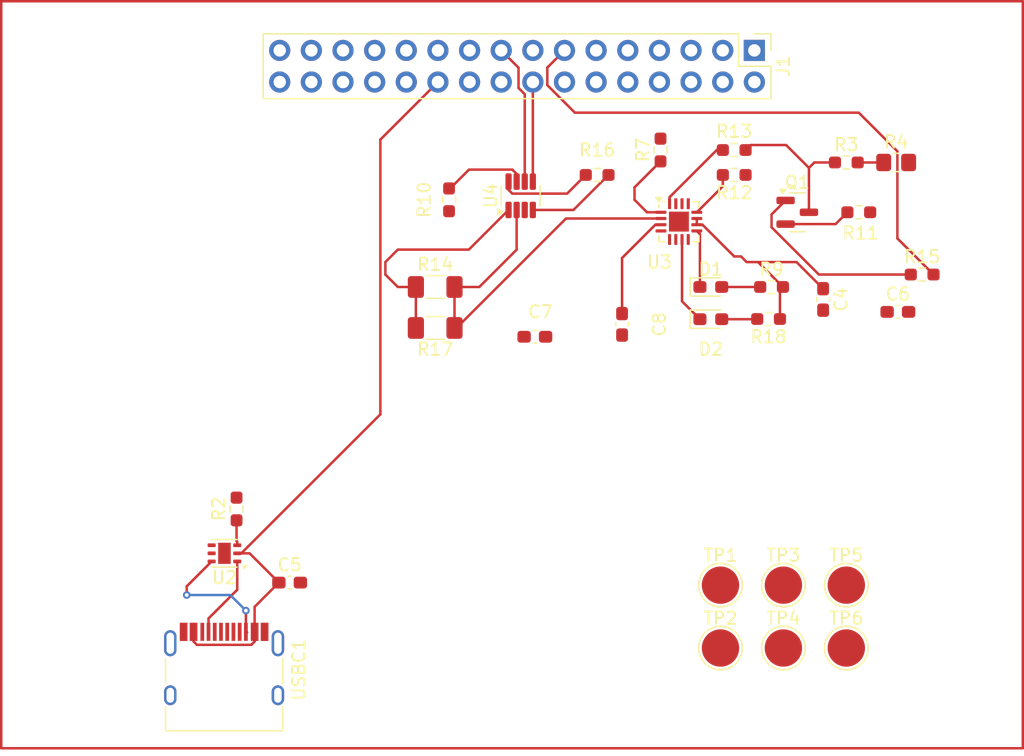
<source format=kicad_pcb>
(kicad_pcb (version 20241229) (generator "pcbnew") (generator_version "9.0")
  (layers (0 "F.Cu" signal) (2 "B.Cu" signal) (13 "F.Paste" user) (15 "B.Paste" user) (5 "F.SilkS" user "F.Silkscreen") (7 "B.SilkS" user "B.Silkscreen") (1 "F.Mask" user) (3 "B.Mask" user) (25 "Edge.Cuts" user))
  (net 0 "")
  (net 1 "GND")
  (net 2 "/High Voltage (9V)")
  (net 3 "Net-(D1-K)")
  (net 4 "Net-(D1-A)")
  (net 5 "Net-(D2-A)")
  (net 6 "Net-(D2-K)")
  (net 7 "/MOTOR2_CTRL2")
  (net 8 "/Motor2_A_OUT")
  (net 9 "/3V3 Out")
  (net 10 "/CTRL_EXT_LOAD2")
  (net 11 "/Motor2_B_OUT")
  (net 12 "/MOTOR3_A_OUT")
  (net 13 "/MOTOR4_CTRL1")
  (net 14 "/FAST_CHARGE_CTRL")
  (net 15 "/MOTOR3_CTRL2")
  (net 16 "/USART2_RX")
  (net 17 "/5V Out")
  (net 18 "/MOTOR1_B_OUT")
  (net 19 "/MOTOR3_B_OUT")
  (net 20 "/I2C1_SDA")
  (net 21 "/MOTOR1_A_OUT")
  (net 22 "/MOTOR1_CTRL2")
  (net 23 "/MOTOR3_CTRL1")
  (net 24 "/MOTOR1_CTRL1")
  (net 25 "/I2C1_SCL")
  (net 26 "/USART2_TX")
  (net 27 "/Motor4_A_OUT")
  (net 28 "/MOTOR2_CTRL1")
  (net 30 "/EXT_LOAD2_OUT")
  (net 31 "/EXT_LOAD1_OUT")
  (net 32 "/CTRL_EXT_LOAD1")
  (net 33 "/Motor4_B_OUT")
  (net 34 "/MOTOR4_CTRL2")
  (net 35 "Net-(Q1-E)")
  (net 36 "Net-(Q1-B)")
  (net 37 "Net-(U2-VSET)")
  (net 38 "Net-(R3-Pad2)")
  (net 39 "Net-(U4-A1)")
  (net 40 "Net-(U3-TS)")
  (net 41 "/LOAD")
  (net 42 "Net-(U4-A0)")
  (net 43 "Net-(U3-ILIM)")
  (net 44 "Net-(U3-ISET)")
  (net 45 "Net-(U2-CC2)")
  (net 46 "Net-(U2-CC1)")
  (net 56 "Net-(Q1-C)")
  (net 57 "/Battery")
  (footprint "Resistor_SMD:R_0603_1608Metric_Pad0.98x0.95mm_HandSolder" (layer "F.Cu") (at 236 117 180)
    (property "Reference" "R16" (at 0 2 0) (layer "F.SilkS"))
    (property "Value" "10k")
    (fp_line (start -0.254724 0.5225) (end 0.254724 0.5225) (stroke (width 0.12)) (layer "F.SilkS"))
    (fp_line (start -0.254724 -0.5225) (end 0.254724 -0.5225) (stroke (width 0.12)) (layer "F.SilkS"))
    (pad "1" smd roundrect (at -0.9125 0 180) (size 0.975 0.95) (layers "F.Cu" "F.Mask" "F.Paste") (net 17 "/5V Out"))
    (pad "2" smd roundrect (at 0.9125 0 180) (size 0.975 0.95) (layers "F.Cu" "F.Mask" "F.Paste") (net 39 "Net-(U4-A1)"))
  )
  (footprint "Package_TO_SOT_SMD:SOT-23-8" (layer "F.Cu") (at 229.8625 118.675 90)
    (property "Reference" "U4" (at 0 -2.4 90) (layer "F.SilkS"))
    (property "Value" "INA219AxDCN SOT-23")
    (fp_line (start 0 -1.56) (end 0.8 -1.56) (stroke (width 0.12)) (layer "F.SilkS"))
    (fp_line (start 0 -1.56) (end -0.8 -1.56) (stroke (width 0.12)) (layer "F.SilkS"))
    (fp_line (start 0 1.56) (end 0.8 1.56) (stroke (width 0.12)) (layer "F.SilkS"))
    (fp_line (start 0 1.56) (end -0.8 1.56) (stroke (width 0.12)) (layer "F.SilkS"))
    (fp_poly (pts (xy -1.3 -1.485) (xy -1.54 -1.815) (xy -1.06 -1.815) (xy -1.3 -1.485)) (stroke (width 0.12)) (fill yes) (layer "F.SilkS"))
    (pad "1" smd roundrect (at -1.1375 -0.975 90) (size 1.325 0.5) (layers "F.Cu" "F.Mask" "F.Paste") (net 57 "/Battery"))
    (pad "2" smd roundrect (at -1.1375 -0.325 90) (size 1.325 0.5) (layers "F.Cu" "F.Mask" "F.Paste") (net 57 "/Battery"))
    (pad "3" smd roundrect (at -1.1375 0.325 90) (size 1.325 0.5) (layers "F.Cu" "F.Mask" "F.Paste") (net 1 "GND"))
    (pad "4" smd roundrect (at -1.1375 0.975 90) (size 1.325 0.5) (layers "F.Cu" "F.Mask" "F.Paste") (net 17 "/5V Out"))
    (pad "5" smd roundrect (at 1.1375 0.975 90) (size 1.325 0.5) (layers "F.Cu" "F.Mask" "F.Paste") (net 25 "/I2C1_SCL"))
    (pad "6" smd roundrect (at 1.1375 0.325 90) (size 1.325 0.5) (layers "F.Cu" "F.Mask" "F.Paste") (net 20 "/I2C1_SDA"))
    (pad "7" smd roundrect (at 1.1375 -0.325 90) (size 1.325 0.5) (layers "F.Cu" "F.Mask" "F.Paste") (net 42 "Net-(U4-A0)"))
    (pad "8" smd roundrect (at 1.1375 -0.975 90) (size 1.325 0.5) (layers "F.Cu" "F.Mask" "F.Paste") (net 39 "Net-(U4-A1)"))
  )
  (footprint "Capacitor_SMD:C_0603_1608Metric_Pad1.08x0.95mm_HandSolder" (layer "F.Cu") (at 238 129 90)
    (property "Reference" "C8" (at 0 3 90) (layer "F.SilkS"))
    (property "Value" "4.7u")
    (fp_line (start -0.146267 -0.51) (end 0.146267 -0.51) (stroke (width 0.12)) (layer "F.SilkS"))
    (fp_line (start -0.146267 0.51) (end 0.146267 0.51) (stroke (width 0.12)) (layer "F.SilkS"))
    (pad "1" smd roundrect (at -0.8625 0 90) (size 1.075 0.95) (layers "F.Cu" "F.Mask" "F.Paste") (net 1 "GND"))
    (pad "2" smd roundrect (at 0.8625 0 90) (size 1.075 0.95) (layers "F.Cu" "F.Mask" "F.Paste") (net 57 "/Battery"))
  )
  (footprint "TestPoint:TestPoint_Pad_D3.0mm" (layer "F.Cu") (at 256 155)
    (property "Reference" "TP6" (at 0 -2.398 0) (layer "F.SilkS"))
    (property "Value" "TestPoint")
    (fp_circle (center 0 0) (end 0 1.75) (stroke (width 0.12)) (fill no) (layer "F.SilkS"))
    (pad "1" smd circle (at 0 0) (size 3 3) (layers "F.Cu" "F.Mask") (net 1 "GND"))
  )
  (footprint "TestPoint:TestPoint_Pad_D3.0mm" (layer "F.Cu") (at 256 149.95)
    (property "Reference" "TP5" (at 0 -2.398 0) (layer "F.SilkS"))
    (property "Value" "TestPoint")
    (fp_circle (center 0 0) (end 0 1.75) (stroke (width 0.12)) (fill no) (layer "F.SilkS"))
    (pad "1" smd circle (at 0 0) (size 3 3) (layers "F.Cu" "F.Mask") (net 35 "Net-(Q1-E)"))
  )
  (footprint "Resistor_SMD:R_0603_1608Metric_Pad0.98x0.95mm_HandSolder" (layer "F.Cu") (at 257 120)
    (property "Reference" "R11" (at 0.144547 1.667085 0) (layer "F.SilkS"))
    (property "Value" "1k5")
    (fp_line (start -0.254724 -0.5225) (end 0.254724 -0.5225) (stroke (width 0.12)) (layer "F.SilkS"))
    (fp_line (start -0.254724 0.5225) (end 0.254724 0.5225) (stroke (width 0.12)) (layer "F.SilkS"))
    (pad "1" smd roundrect (at -0.9125 0) (size 0.975 0.95) (layers "F.Cu" "F.Mask" "F.Paste") (net 35 "Net-(Q1-E)"))
    (pad "2" smd roundrect (at 0.9125 0) (size 0.975 0.95) (layers "F.Cu" "F.Mask" "F.Paste") (net 1 "GND"))
  )
  (footprint "Connector_USB:USB_C_Receptacle_HRO_TYPE-C-31-M-12" (layer "F.Cu") (at 206.056161 157.744205)
    (property "Reference" "USBC1" (at 6 -1 90) (layer "F.SilkS"))
    (property "Value" "~")
    (fp_line (start -4.7 -1.9) (end -4.7 0.1) (stroke (width 0.12)) (layer "F.SilkS"))
    (fp_line (start -4.7 2) (end -4.7 3.9) (stroke (width 0.12)) (layer "F.SilkS"))
    (fp_line (start -4.7 3.9) (end 4.7 3.9) (stroke (width 0.12)) (layer "F.SilkS"))
    (fp_line (start 4.7 -1.9) (end 4.7 0.1) (stroke (width 0.12)) (layer "F.SilkS"))
    (fp_line (start 4.7 2) (end 4.7 3.9) (stroke (width 0.12)) (layer "F.SilkS"))
    (pad "" np_thru_hole circle (at -2.89 -2.6) (size 0.65 0.65) (drill 0.65) (layers "*.Cu" "*.Mask"))
    (pad "" np_thru_hole circle (at 2.89 -2.6) (size 0.65 0.65) (drill 0.65) (layers "*.Cu" "*.Mask"))
    (pad "A1" smd rect (at -3.25 -4.045) (size 0.6 1.45) (layers "F.Cu" "F.Mask" "F.Paste") (net 1 "GND"))
    (pad "A4" smd rect (at -2.45 -4.045) (size 0.6 1.45) (layers "F.Cu" "F.Mask" "F.Paste") (net 2 "/High Voltage (9V)"))
    (pad "A5" smd rect (at -1.25 -4.045) (size 0.3 1.45) (layers "F.Cu" "F.Mask" "F.Paste") (net 46 "Net-(U2-CC1)"))
    (pad "A6" smd rect (at -0.25 -4.045) (size 0.3 1.45) (layers "F.Cu" "F.Mask" "F.Paste"))
    (pad "A7" smd rect (at 0.25 -4.045) (size 0.3 1.45) (layers "F.Cu" "F.Mask" "F.Paste"))
    (pad "A8" smd rect (at 1.25 -4.045) (size 0.3 1.45) (layers "F.Cu" "F.Mask" "F.Paste"))
    (pad "A9" smd rect (at 2.45 -4.045) (size 0.6 1.45) (layers "F.Cu" "F.Mask" "F.Paste") (net 2 "/High Voltage (9V)"))
    (pad "A12" smd rect (at 3.25 -4.045) (size 0.6 1.45) (layers "F.Cu" "F.Mask" "F.Paste") (net 1 "GND"))
    (pad "B1" smd rect (at 3.25 -4.045) (size 0.6 1.45) (layers "F.Cu" "F.Mask" "F.Paste") (net 1 "GND"))
    (pad "B4" smd rect (at 2.45 -4.045) (size 0.6 1.45) (layers "F.Cu" "F.Mask" "F.Paste") (net 2 "/High Voltage (9V)"))
    (pad "B5" smd rect (at 1.75 -4.045) (size 0.3 1.45) (layers "F.Cu" "F.Mask" "F.Paste") (net 45 "Net-(U2-CC2)"))
    (pad "B6" smd rect (at 0.75 -4.045) (size 0.3 1.45) (layers "F.Cu" "F.Mask" "F.Paste"))
    (pad "B7" smd rect (at -0.75 -4.045) (size 0.3 1.45) (layers "F.Cu" "F.Mask" "F.Paste"))
    (pad "B8" smd rect (at -1.75 -4.045) (size 0.3 1.45) (layers "F.Cu" "F.Mask" "F.Paste"))
    (pad "B9" smd rect (at -2.45 -4.045) (size 0.6 1.45) (layers "F.Cu" "F.Mask" "F.Paste") (net 2 "/High Voltage (9V)"))
    (pad "B12" smd rect (at -3.25 -4.045) (size 0.6 1.45) (layers "F.Cu" "F.Mask" "F.Paste") (net 1 "GND"))
    (pad "S1" thru_hole oval (at -4.32 -3.13) (size 1 2.1) (drill oval 0.6 1.7) (property pad_prop_heatsink) (layers "*.Cu" "*.Mask"))
    (pad "S1" thru_hole oval (at -4.32 1.05) (size 1 1.6) (drill oval 0.6 1.2) (property pad_prop_heatsink) (layers "*.Cu" "*.Mask"))
    (pad "S1" thru_hole oval (at 4.32 -3.13) (size 1 2.1) (drill oval 0.6 1.7) (property pad_prop_heatsink) (layers "*.Cu" "*.Mask"))
    (pad "S1" thru_hole oval (at 4.32 1.05) (size 1 1.6) (drill oval 0.6 1.2) (property pad_prop_heatsink) (layers "*.Cu" "*.Mask"))
  )
  (footprint "Capacitor_SMD:C_0603_1608Metric_Pad1.08x0.95mm_HandSolder" (layer "F.Cu") (at 254.1375 127 -90)
    (property "Reference" "C4" (at 0 -1.43 90) (layer "F.SilkS"))
    (property "Value" "4.7u")
    (fp_line (start -0.146267 0.51) (end 0.146267 0.51) (stroke (width 0.12)) (layer "F.SilkS"))
    (fp_line (start -0.146267 -0.51) (end 0.146267 -0.51) (stroke (width 0.12)) (layer "F.SilkS"))
    (pad "1" smd roundrect (at -0.8625 0 270) (size 1.075 0.95) (layers "F.Cu" "F.Mask" "F.Paste") (net 41 "/LOAD"))
    (pad "2" smd roundrect (at 0.8625 0 270) (size 1.075 0.95) (layers "F.Cu" "F.Mask" "F.Paste") (net 1 "GND"))
  )
  (footprint "TestPoint:TestPoint_Pad_D3.0mm" (layer "F.Cu") (at 245.9 155)
    (property "Reference" "TP2" (at 0 -2.398 0) (layer "F.SilkS"))
    (property "Value" "TestPoint")
    (fp_circle (center 0 0) (end 0 1.75) (stroke (width 0.12)) (fill no) (layer "F.SilkS"))
    (pad "1" smd circle (at 0 0) (size 3 3) (layers "F.Cu" "F.Mask") (net 57 "/Battery"))
  )
  (footprint "Capacitor_SMD:C_0603_1608Metric_Pad1.08x0.95mm_HandSolder" (layer "F.Cu") (at 211.316161 149.744205)
    (property "Reference" "C5" (at 0 -1.43 0) (layer "F.SilkS"))
    (property "Value" "1u")
    (fp_line (start -0.146267 -0.51) (end 0.146267 -0.51) (stroke (width 0.12)) (layer "F.SilkS"))
    (fp_line (start -0.146267 0.51) (end 0.146267 0.51) (stroke (width 0.12)) (layer "F.SilkS"))
    (pad "1" smd roundrect (at -0.8625 0) (size 1.075 0.95) (layers "F.Cu" "F.Mask" "F.Paste") (net 2 "/High Voltage (9V)"))
    (pad "2" smd roundrect (at 0.8625 0) (size 1.075 0.95) (layers "F.Cu" "F.Mask" "F.Paste") (net 1 "GND"))
  )
  (footprint "Resistor_SMD:R_0603_1608Metric_Pad0.98x0.95mm_HandSolder" (layer "F.Cu") (at 256 116)
    (property "Reference" "R3" (at 0 -1.43 0) (layer "F.SilkS"))
    (property "Value" "4k3")
    (fp_line (start -0.254724 -0.5225) (end 0.254724 -0.5225) (stroke (width 0.12)) (layer "F.SilkS"))
    (fp_line (start -0.254724 0.5225) (end 0.254724 0.5225) (stroke (width 0.12)) (layer "F.SilkS"))
    (pad "1" smd roundrect (at -0.9125 0) (size 0.975 0.95) (layers "F.Cu" "F.Mask" "F.Paste") (net 56 "Net-(Q1-C)"))
    (pad "2" smd roundrect (at 0.9125 0) (size 0.975 0.95) (layers "F.Cu" "F.Mask" "F.Paste") (net 38 "Net-(R3-Pad2)"))
  )
  (footprint "Connector_PinHeader_2.54mm:PinHeader_2x16_P2.54mm_Vertical" (layer "F.Cu") (at 248.62 107 -90)
    (property "Reference" "J1" (at 1.27 -2.33 90) (layer "F.SilkS"))
    (property "Value" "Conn_02x16_Odd_Even")
    (fp_line (start -1.33 39.43) (end 3.87 39.43) (stroke (width 0.12)) (layer "F.SilkS"))
    (fp_line (start -1.33 1.27) (end -1.33 39.43) (stroke (width 0.12)) (layer "F.SilkS"))
    (fp_line (start -1.33 1.27) (end 1.27 1.27) (stroke (width 0.12)) (layer "F.SilkS"))
    (fp_line (start 1.27 1.27) (end 1.27 -1.33) (stroke (width 0.12)) (layer "F.SilkS"))
    (fp_line (start -1.33 0) (end -1.33 -1.33) (stroke (width 0.12)) (layer "F.SilkS"))
    (fp_line (start -1.33 -1.33) (end 0 -1.33) (stroke (width 0.12)) (layer "F.SilkS"))
    (fp_line (start 1.27 -1.33) (end 3.87 -1.33) (stroke (width 0.12)) (layer "F.SilkS"))
    (fp_line (start 3.87 -1.33) (end 3.87 39.43) (stroke (width 0.12)) (layer "F.SilkS"))
    (pad "1" thru_hole rect (at 0 0 270) (size 1.7 1.7) (drill 1) (layers "*.Cu" "*.Mask") (net 11 "/Motor2_B_OUT"))
    (pad "2" thru_hole oval (at 2.54 0 270) (size 1.7 1.7) (drill 1) (layers "*.Cu" "*.Mask") (net 8 "/Motor2_A_OUT"))
    (pad "3" thru_hole oval (at 0 2.54 270) (size 1.7 1.7) (drill 1) (layers "*.Cu" "*.Mask") (net 27 "/Motor4_A_OUT"))
    (pad "4" thru_hole oval (at 2.54 2.54 270) (size 1.7 1.7) (drill 1) (layers "*.Cu" "*.Mask") (net 28 "/MOTOR2_CTRL1"))
    (pad "5" thru_hole oval (at 0 5.08 270) (size 1.7 1.7) (drill 1) (layers "*.Cu" "*.Mask") (net 33 "/Motor4_B_OUT"))
    (pad "6" thru_hole oval (at 2.54 5.08 270) (size 1.7 1.7) (drill 1) (layers "*.Cu" "*.Mask") (net 7 "/MOTOR2_CTRL2"))
    (pad "7" thru_hole oval (at 0 7.62 270) (size 1.7 1.7) (drill 1) (layers "*.Cu" "*.Mask") (net 10 "/CTRL_EXT_LOAD2"))
    (pad "8" thru_hole oval (at 2.54 7.62 270) (size 1.7 1.7) (drill 1) (layers "*.Cu" "*.Mask") (net 13 "/MOTOR4_CTRL1"))
    (pad "9" thru_hole oval (at 0 10.16 270) (size 1.7 1.7) (drill 1) (layers "*.Cu" "*.Mask") (net 16 "/USART2_RX"))
    (pad "10" thru_hole oval (at 2.54 10.16 270) (size 1.7 1.7) (drill 1) (layers "*.Cu" "*.Mask") (net 34 "/MOTOR4_CTRL2"))
    (pad "11" thru_hole oval (at 0 12.7 270) (size 1.7 1.7) (drill 1) (layers "*.Cu" "*.Mask") (net 30 "/EXT_LOAD2_OUT"))
    (pad "12" thru_hole oval (at 2.54 12.7 270) (size 1.7 1.7) (drill 1) (layers "*.Cu" "*.Mask") (net 26 "/USART2_TX"))
    (pad "13" thru_hole oval (at 0 15.24 270) (size 1.7 1.7) (drill 1) (layers "*.Cu" "*.Mask") (net 14 "/FAST_CHARGE_CTRL"))
    (pad "14" thru_hole oval (at 2.54 15.24 270) (size 1.7 1.7) (drill 1) (layers "*.Cu" "*.Mask") (net 57 "/Battery"))
    (pad "15" thru_hole oval (at 0 17.78 270) (size 1.7 1.7) (drill 1) (layers "*.Cu" "*.Mask"))
    (pad "16" thru_hole oval (at 2.54 17.78 270) (size 1.7 1.7) (drill 1) (layers "*.Cu" "*.Mask") (net 25 "/I2C1_SCL"))
    (pad "17" thru_hole oval (at 0 20.32 270) (size 1.7 1.7) (drill 1) (layers "*.Cu" "*.Mask") (net 20 "/I2C1_SDA"))
    (pad "18" thru_hole oval (at 2.54 20.32 270) (size 1.7 1.7) (drill 1) (layers "*.Cu" "*.Mask") (net 9 "/3V3 Out"))
    (pad "19" thru_hole oval (at 0 22.86 270) (size 1.7 1.7) (drill 1) (layers "*.Cu" "*.Mask") (net 1 "GND"))
    (pad "20" thru_hole oval (at 2.54 22.86 270) (size 1.7 1.7) (drill 1) (layers "*.Cu" "*.Mask") (net 17 "/5V Out"))
    (pad "21" thru_hole oval (at 0 25.4 270) (size 1.7 1.7) (drill 1) (layers "*.Cu" "*.Mask") (net 31 "/EXT_LOAD1_OUT"))
    (pad "22" thru_hole oval (at 2.54 25.4 270) (size 1.7 1.7) (drill 1) (layers "*.Cu" "*.Mask") (net 2 "/High Voltage (9V)"))
    (pad "23" thru_hole oval (at 0 27.94 270) (size 1.7 1.7) (drill 1) (layers "*.Cu" "*.Mask") (net 1 "GND"))
    (pad "24" thru_hole oval (at 2.54 27.94 270) (size 1.7 1.7) (drill 1) (layers "*.Cu" "*.Mask") (net 23 "/MOTOR3_CTRL1"))
    (pad "25" thru_hole oval (at 0 30.48 270) (size 1.7 1.7) (drill 1) (layers "*.Cu" "*.Mask") (net 32 "/CTRL_EXT_LOAD1"))
    (pad "26" thru_hole oval (at 2.54 30.48 270) (size 1.7 1.7) (drill 1) (layers "*.Cu" "*.Mask") (net 15 "/MOTOR3_CTRL2"))
    (pad "27" thru_hole oval (at 0 33.02 270) (size 1.7 1.7) (drill 1) (layers "*.Cu" "*.Mask") (net 12 "/MOTOR3_A_OUT"))
    (pad "28" thru_hole oval (at 2.54 33.02 270) (size 1.7 1.7) (drill 1) (layers "*.Cu" "*.Mask") (net 24 "/MOTOR1_CTRL1"))
    (pad "29" thru_hole oval (at 0 35.56 270) (size 1.7 1.7) (drill 1) (layers "*.Cu" "*.Mask") (net 19 "/MOTOR3_B_OUT"))
    (pad "30" thru_hole oval (at 2.54 35.56 270) (size 1.7 1.7) (drill 1) (layers "*.Cu" "*.Mask") (net 22 "/MOTOR1_CTRL2"))
    (pad "31" thru_hole oval (at 0 38.1 270) (size 1.7 1.7) (drill 1) (layers "*.Cu" "*.Mask") (net 18 "/MOTOR1_B_OUT"))
    (pad "32" thru_hole oval (at 2.54 38.1 270) (size 1.7 1.7) (drill 1) (layers "*.Cu" "*.Mask") (net 21 "/MOTOR1_A_OUT"))
  )
  (footprint "TestPoint:TestPoint_Pad_D3.0mm" (layer "F.Cu") (at 250.95 149.95)
    (property "Reference" "TP3" (at 0 -2.398 0) (layer "F.SilkS"))
    (property "Value" "TestPoint")
    (fp_circle (center 0 0) (end 0 1.75) (stroke (width 0.12)) (fill no) (layer "F.SilkS"))
    (pad "1" smd circle (at 0 0) (size 3 3) (layers "F.Cu" "F.Mask") (net 56 "Net-(Q1-C)"))
  )
  (footprint "Capacitor_SMD:C_0603_1608Metric_Pad1.08x0.95mm_HandSolder" (layer "F.Cu") (at 231 130)
    (property "Reference" "C7" (at 0.4375 -2 0) (layer "F.SilkS"))
    (property "Value" "1u")
    (fp_line (start -0.146267 -0.51) (end 0.146267 -0.51) (stroke (width 0.12)) (layer "F.SilkS"))
    (fp_line (start -0.146267 0.51) (end 0.146267 0.51) (stroke (width 0.12)) (layer "F.SilkS"))
    (pad "1" smd roundrect (at -0.8625 0) (size 1.075 0.95) (layers "F.Cu" "F.Mask" "F.Paste") (net 17 "/5V Out"))
    (pad "2" smd roundrect (at 0.8625 0) (size 1.075 0.95) (layers "F.Cu" "F.Mask" "F.Paste") (net 1 "GND"))
  )
  (footprint "Package_DFN_QFN:DFN-6-1EP_2x2mm_P0.65mm_EP1.01x1.7mm" (layer "F.Cu") (at 206.083661 147.394205 180)
    (property "Reference" "U2" (at 0 -1.95 0) (layer "F.SilkS"))
    (property "Value" "HUSB237-AA001-DN06R" (hide yes))
    (fp_line (start -1 1.11) (end 1 1.11) (stroke (width 0.12)) (layer "F.SilkS"))
    (fp_line (start -1 -1.11) (end 1 -1.11) (stroke (width 0.12)) (layer "F.SilkS"))
    (fp_poly (pts (xy -1.52 -0.97) (xy -1.8 -0.97) (xy -1.52 -1.25) (xy -1.52 -0.97)) (stroke (width 0.12)) (fill yes) (layer "F.SilkS"))
    (pad "1" smd roundrect (at -1.0275 -0.65 180) (size 0.645 0.3) (layers "F.Cu" "F.Mask" "F.Paste") (net 46 "Net-(U2-CC1)"))
    (pad "2" smd roundrect (at -1.0275 0 180) (size 0.645 0.3) (layers "F.Cu" "F.Mask" "F.Paste") (net 2 "/High Voltage (9V)"))
    (pad "3" smd roundrect (at -1.0275 0.65 180) (size 0.645 0.3) (layers "F.Cu" "F.Mask" "F.Paste") (net 37 "Net-(U2-VSET)"))
    (pad "4" smd roundrect (at 1.0275 0.65 180) (size 0.645 0.3) (layers "F.Cu" "F.Mask" "F.Paste"))
    (pad "5" smd roundrect (at 1.0275 0 180) (size 0.645 0.3) (layers "F.Cu" "F.Mask" "F.Paste"))
    (pad "6" smd roundrect (at 1.0275 -0.65 180) (size 0.645 0.3) (layers "F.Cu" "F.Mask" "F.Paste") (net 45 "Net-(U2-CC2)"))
    (pad "7" smd rect (at 0 0 180) (size 1.01 1.7) (property pad_prop_heatsink) (layers "F.Cu" "F.Mask") (net 1 "GND"))
  )
  (footprint "Resistor_SMD:R_1206_3216Metric_Pad1.30x1.75mm_HandSolder" (layer "F.Cu") (at 223 126)
    (property "Reference" "R14" (at 0 -1.82 0) (layer "F.SilkS"))
    (property "Value" "0.4R")
    (fp_line (start -0.727064 -0.91) (end 0.727064 -0.91) (stroke (width 0.12)) (layer "F.SilkS"))
    (fp_line (start -0.727064 0.91) (end 0.727064 0.91) (stroke (width 0.12)) (layer "F.SilkS"))
    (pad "1" smd roundrect (at -1.55 0) (size 1.3 1.75) (layers "F.Cu" "F.Mask" "F.Paste") (roundrect_rratio 0.192308) (net 57 "/Battery"))
    (pad "2" smd roundrect (at 1.55 0) (size 1.3 1.75) (layers "F.Cu" "F.Mask" "F.Paste") (roundrect_rratio 0.192308) (net 57 "/Battery"))
  )
  (footprint "LED_SMD:LED_0603_1608Metric_Pad1.05x0.95mm_HandSolder" (layer "F.Cu") (at 245.125 128.59)
    (property "Reference" "D2" (at 0 2.41 0) (layer "F.SilkS"))
    (property "Value" "LEDR")
    (fp_line (start -1.66 -0.735) (end -1.66 0.735) (stroke (width 0.12)) (layer "F.SilkS"))
    (fp_line (start -1.66 0.735) (end 0.8 0.735) (stroke (width 0.12)) (layer "F.SilkS"))
    (fp_line (start 0.8 -0.735) (end -1.66 -0.735) (stroke (width 0.12)) (layer "F.SilkS"))
    (pad "1" smd roundrect (at -0.875 0) (size 1.05 0.95) (layers "F.Cu" "F.Mask" "F.Paste") (net 6 "Net-(D2-K)"))
    (pad "2" smd roundrect (at 0.875 0) (size 1.05 0.95) (layers "F.Cu" "F.Mask" "F.Paste") (net 5 "Net-(D2-A)"))
  )
  (footprint "Capacitor_SMD:C_0603_1608Metric_Pad1.08x0.95mm_HandSolder" (layer "F.Cu") (at 260.1375 128)
    (property "Reference" "C6" (at 0 -1.43 0) (layer "F.SilkS"))
    (property "Value" "1u")
    (fp_line (start -0.146267 -0.51) (end 0.146267 -0.51) (stroke (width 0.12)) (layer "F.SilkS"))
    (fp_line (start -0.146267 0.51) (end 0.146267 0.51) (stroke (width 0.12)) (layer "F.SilkS"))
    (pad "1" smd roundrect (at -0.8625 0) (size 1.075 0.95) (layers "F.Cu" "F.Mask" "F.Paste") (net 2 "/High Voltage (9V)"))
    (pad "2" smd roundrect (at 0.8625 0) (size 1.075 0.95) (layers "F.Cu" "F.Mask" "F.Paste") (net 1 "GND"))
  )
  (footprint "Resistor_SMD:R_0603_1608Metric_Pad0.98x0.95mm_HandSolder" (layer "F.Cu") (at 262.0875 125)
    (property "Reference" "R15" (at 0 -1.43 0) (layer "F.SilkS"))
    (property "Value" "1k5")
    (fp_line (start -0.254724 -0.5225) (end 0.254724 -0.5225) (stroke (width 0.12)) (layer "F.SilkS"))
    (fp_line (start -0.254724 0.5225) (end 0.254724 0.5225) (stroke (width 0.12)) (layer "F.SilkS"))
    (pad "1" smd roundrect (at -0.9125 0) (size 0.975 0.95) (layers "F.Cu" "F.Mask" "F.Paste") (net 36 "Net-(Q1-B)"))
    (pad "2" smd roundrect (at 0.9125 0) (size 0.975 0.95) (layers "F.Cu" "F.Mask" "F.Paste") (net 14 "/FAST_CHARGE_CTRL"))
  )
  (footprint "Resistor_SMD:R_0603_1608Metric_Pad0.98x0.95mm_HandSolder" (layer "F.Cu") (at 249.760496 128.573433 180)
    (property "Reference" "R18" (at 0 -1.43 0) (layer "F.SilkS"))
    (property "Value" "1k5")
    (fp_line (start -0.254724 0.5225) (end 0.254724 0.5225) (stroke (width 0.12)) (layer "F.SilkS"))
    (fp_line (start -0.254724 -0.5225) (end 0.254724 -0.5225) (stroke (width 0.12)) (layer "F.SilkS"))
    (pad "1" smd roundrect (at -0.9125 0 180) (size 0.975 0.95) (layers "F.Cu" "F.Mask" "F.Paste") (net 41 "/LOAD"))
    (pad "2" smd roundrect (at 0.9125 0 180) (size 0.975 0.95) (layers "F.Cu" "F.Mask" "F.Paste") (net 5 "Net-(D2-A)"))
  )
  (footprint "Resistor_SMD:R_0805_2012Metric_Pad1.20x1.40mm_HandSolder" (layer "F.Cu") (at 260 116)
    (property "Reference" "R4" (at 0 -1.65 0) (layer "F.SilkS"))
    (property "Value" "150R")
    (fp_line (start -0.227064 -0.735) (end 0.227064 -0.735) (stroke (width 0.12)) (layer "F.SilkS"))
    (fp_line (start -0.227064 0.735) (end 0.227064 0.735) (stroke (width 0.12)) (layer "F.SilkS"))
    (pad "1" smd roundrect (at -1 0) (size 1.2 1.4) (layers "F.Cu" "F.Mask" "F.Paste") (roundrect_rratio 0.208333) (net 38 "Net-(R3-Pad2)"))
    (pad "2" smd roundrect (at 1 0) (size 1.2 1.4) (layers "F.Cu" "F.Mask" "F.Paste") (roundrect_rratio 0.208333) (net 1 "GND"))
  )
  (footprint "LED_SMD:LED_0603_1608Metric_Pad1.05x0.95mm_HandSolder" (layer "F.Cu") (at 245.125 126)
    (property "Reference" "D1" (at 0 -1.43 0) (layer "F.SilkS"))
    (property "Value" "LEDW")
    (fp_line (start -1.66 -0.735) (end -1.66 0.735) (stroke (width 0.12)) (layer "F.SilkS"))
    (fp_line (start -1.66 0.735) (end 0.8 0.735) (stroke (width 0.12)) (layer "F.SilkS"))
    (fp_line (start 0.8 -0.735) (end -1.66 -0.735) (stroke (width 0.12)) (layer "F.SilkS"))
    (pad "1" smd roundrect (at -0.875 0) (size 1.05 0.95) (layers "F.Cu" "F.Mask" "F.Paste") (net 3 "Net-(D1-K)"))
    (pad "2" smd roundrect (at 0.875 0) (size 1.05 0.95) (layers "F.Cu" "F.Mask" "F.Paste") (net 4 "Net-(D1-A)"))
  )
  (footprint "Resistor_SMD:R_0603_1608Metric_Pad0.98x0.95mm_HandSolder" (layer "F.Cu") (at 241.0875 115 90)
    (property "Reference" "R7" (at 0 -1.43 90) (layer "F.SilkS"))
    (property "Value" "10k")
    (fp_line (start -0.254724 -0.5225) (end 0.254724 -0.5225) (stroke (width 0.12)) (layer "F.SilkS"))
    (fp_line (start -0.254724 0.5225) (end 0.254724 0.5225) (stroke (width 0.12)) (layer "F.SilkS"))
    (pad "1" smd roundrect (at -0.9125 0 90) (size 0.975 0.95) (layers "F.Cu" "F.Mask" "F.Paste") (net 40 "Net-(U3-TS)"))
    (pad "2" smd roundrect (at 0.9125 0 90) (size 0.975 0.95) (layers "F.Cu" "F.Mask" "F.Paste") (net 1 "GND"))
  )
  (footprint "Resistor_SMD:R_0603_1608Metric_Pad0.98x0.95mm_HandSolder" (layer "F.Cu") (at 250 126 180)
    (property "Reference" "R9" (at 0 1.425034 0) (layer "F.SilkS"))
    (property "Value" "1k5")
    (fp_line (start -0.254724 0.5225) (end 0.254724 0.5225) (stroke (width 0.12)) (layer "F.SilkS"))
    (fp_line (start -0.254724 -0.5225) (end 0.254724 -0.5225) (stroke (width 0.12)) (layer "F.SilkS"))
    (pad "1" smd roundrect (at -0.9125 0 180) (size 0.975 0.95) (layers "F.Cu" "F.Mask" "F.Paste") (net 41 "/LOAD"))
    (pad "2" smd roundrect (at 0.9125 0 180) (size 0.975 0.95) (layers "F.Cu" "F.Mask" "F.Paste") (net 4 "Net-(D1-A)"))
  )
  (footprint "TestPoint:TestPoint_Pad_D3.0mm" (layer "F.Cu") (at 250.95 155)
    (property "Reference" "TP4" (at 0 -2.398 0) (layer "F.SilkS"))
    (property "Value" "TestPoint")
    (fp_circle (center 0 0) (end 0 1.75) (stroke (width 0.12)) (fill no) (layer "F.SilkS"))
    (pad "1" smd circle (at 0 0) (size 3 3) (layers "F.Cu" "F.Mask") (net 1 "GND"))
  )
  (footprint "TestPoint:TestPoint_Pad_D3.0mm" (layer "F.Cu") (at 245.9 149.95)
    (property "Reference" "TP1" (at 0 -2.398 0) (layer "F.SilkS"))
    (property "Value" "TestPoint")
    (fp_circle (center 0 0) (end 0 1.75) (stroke (width 0.12)) (fill no) (layer "F.SilkS"))
    (pad "1" smd circle (at 0 0) (size 3 3) (layers "F.Cu" "F.Mask") (net 57 "/Battery"))
  )
  (footprint "Package_DFN_QFN:VQFN-16-1EP_3x3mm_P0.5mm_EP1.6x1.6mm" (layer "F.Cu") (at 242.5625 120.75)
    (property "Reference" "U3" (at -1.5625 3.25 0) (layer "F.SilkS"))
    (property "Value" "BQ24074RGT" (hide yes))
    (fp_line (start -1.61 -1.135) (end -1.61 -1.37) (stroke (width 0.12)) (layer "F.SilkS"))
    (fp_line (start -1.61 1.61) (end -1.61 1.135) (stroke (width 0.12)) (layer "F.SilkS"))
    (fp_line (start -1.135 -1.61) (end -1.31 -1.61) (stroke (width 0.12)) (layer "F.SilkS"))
    (fp_line (start -1.135 1.61) (end -1.61 1.61) (stroke (width 0.12)) (layer "F.SilkS"))
    (fp_line (start 1.135 -1.61) (end 1.61 -1.61) (stroke (width 0.12)) (layer "F.SilkS"))
    (fp_line (start 1.135 1.61) (end 1.61 1.61) (stroke (width 0.12)) (layer "F.SilkS"))
    (fp_line (start 1.61 -1.61) (end 1.61 -1.135) (stroke (width 0.12)) (layer "F.SilkS"))
    (fp_line (start 1.61 1.61) (end 1.61 1.135) (stroke (width 0.12)) (layer "F.SilkS"))
    (fp_poly (pts (xy -1.61 -1.61) (xy -1.85 -1.94) (xy -1.37 -1.94) (xy -1.61 -1.61)) (stroke (width 0.12)) (fill yes) (layer "F.SilkS"))
    (pad "1" smd roundrect (at -1.4375 -0.75) (size 0.875 0.25) (layers "F.Cu" "F.Mask" "F.Paste") (net 40 "Net-(U3-TS)"))
    (pad "2" smd roundrect (at -1.4375 -0.25) (size 0.875 0.25) (layers "F.Cu" "F.Mask" "F.Paste") (net 57 "/Battery"))
    (pad "3" smd roundrect (at -1.4375 0.25) (size 0.875 0.25) (layers "F.Cu" "F.Mask" "F.Paste") (net 57 "/Battery"))
    (pad "4" smd roundrect (at -1.4375 0.75) (size 0.875 0.25) (layers "F.Cu" "F.Mask" "F.Paste") (net 1 "GND"))
    (pad "5" smd roundrect (at -0.75 1.4375) (size 0.25 0.875) (layers "F.Cu" "F.Mask" "F.Paste") (net 1 "GND"))
    (pad "6" smd roundrect (at -0.25 1.4375) (size 0.25 0.875) (layers "F.Cu" "F.Mask" "F.Paste") (net 1 "GND"))
    (pad "7" smd roundrect (at 0.25 1.4375) (size 0.25 0.875) (layers "F.Cu" "F.Mask" "F.Paste") (net 6 "Net-(D2-K)"))
    (pad "8" smd roundrect (at 0.75 1.4375) (size 0.25 0.875) (layers "F.Cu" "F.Mask" "F.Paste") (net 1 "GND"))
    (pad "9" smd roundrect (at 1.4375 0.75) (size 0.875 0.25) (layers "F.Cu" "F.Mask" "F.Paste") (net 3 "Net-(D1-K)"))
    (pad "10" smd roundrect (at 1.4375 0.25) (size 0.875 0.25) (layers "F.Cu" "F.Mask" "F.Paste") (net 41 "/LOAD"))
    (pad "11" smd roundrect (at 1.4375 -0.25) (size 0.875 0.25) (layers "F.Cu" "F.Mask" "F.Paste") (net 41 "/LOAD"))
    (pad "12" smd roundrect (at 1.4375 -0.75) (size 0.875 0.25) (layers "F.Cu" "F.Mask" "F.Paste") (net 43 "Net-(U3-ILIM)"))
    (pad "13" smd roundrect (at 0.75 -1.4375) (size 0.25 0.875) (layers "F.Cu" "F.Mask" "F.Paste") (net 2 "/High Voltage (9V)"))
    (pad "14" smd roundrect (at 0.25 -1.4375) (size 0.25 0.875) (layers "F.Cu" "F.Mask" "F.Paste") (net 1 "GND"))
    (pad "15" smd roundrect (at -0.25 -1.4375) (size 0.25 0.875) (layers "F.Cu" "F.Mask" "F.Paste"))
    (pad "16" smd roundrect (at -0.75 -1.4375) (size 0.25 0.875) (layers "F.Cu" "F.Mask" "F.Paste") (net 44 "Net-(U3-ISET)"))
    (pad "17" smd rect (at 0 0) (size 1.6 1.6) (property pad_prop_heatsink) (layers "F.Cu" "F.Mask") (net 1 "GND"))
  )
  (footprint "Package_TO_SOT_SMD:SOT-23" (layer "F.Cu") (at 252.0625 120)
    (property "Reference" "Q1" (at 0 -2.4 0) (layer "F.SilkS"))
    (property "Value" "MMBT5551L" (hide yes))
    (fp_line (start 0 -1.56) (end -0.65 -1.56) (stroke (width 0.12)) (layer "F.SilkS"))
    (fp_line (start 0 -1.56) (end 0.65 -1.56) (stroke (width 0.12)) (layer "F.SilkS"))
    (fp_line (start 0 1.56) (end -0.65 1.56) (stroke (width 0.12)) (layer "F.SilkS"))
    (fp_line (start 0 1.56) (end 0.65 1.56) (stroke (width 0.12)) (layer "F.SilkS"))
    (fp_poly (pts (xy -1.1625 -1.51) (xy -1.4025 -1.84) (xy -0.9225 -1.84) (xy -1.1625 -1.51)) (stroke (width 0.12)) (fill yes) (layer "F.SilkS"))
    (pad "1" smd roundrect (at -0.9375 -0.95) (size 1.475 0.6) (layers "F.Cu" "F.Mask" "F.Paste") (net 36 "Net-(Q1-B)"))
    (pad "2" smd roundrect (at -0.9375 0.95) (size 1.475 0.6) (layers "F.Cu" "F.Mask" "F.Paste") (net 35 "Net-(Q1-E)"))
    (pad "3" smd roundrect (at 0.9375 0) (size 1.475 0.6) (layers "F.Cu" "F.Mask" "F.Paste") (net 56 "Net-(Q1-C)"))
  )
  (footprint "Resistor_SMD:R_0603_1608Metric_Pad0.98x0.95mm_HandSolder" (layer "F.Cu") (at 224.112 119 -90)
    (property "Reference" "R10" (at 0 2 90) (layer "F.SilkS"))
    (property "Value" "10k")
    (fp_line (start -0.254724 0.5225) (end 0.254724 0.5225) (stroke (width 0.12)) (layer "F.SilkS"))
    (fp_line (start -0.254724 -0.5225) (end 0.254724 -0.5225) (stroke (width 0.12)) (layer "F.SilkS"))
    (pad "1" smd roundrect (at -0.9125 0 270) (size 0.975 0.95) (layers "F.Cu" "F.Mask" "F.Paste") (net 42 "Net-(U4-A0)"))
    (pad "2" smd roundrect (at 0.9125 0 270) (size 0.975 0.95) (layers "F.Cu" "F.Mask" "F.Paste") (net 1 "GND"))
  )
  (footprint "Resistor_SMD:R_0603_1608Metric_Pad0.98x0.95mm_HandSolder" (layer "F.Cu") (at 207.056161 143.831705 90)
    (property "Reference" "R2" (at 0 -1.43 90) (layer "F.SilkS"))
    (property "Value" "75k")
    (fp_line (start -0.254724 -0.5225) (end 0.254724 -0.5225) (stroke (width 0.12)) (layer "F.SilkS"))
    (fp_line (start -0.254724 0.5225) (end 0.254724 0.5225) (stroke (width 0.12)) (layer "F.SilkS"))
    (pad "1" smd roundrect (at -0.9125 0 90) (size 0.975 0.95) (layers "F.Cu" "F.Mask" "F.Paste") (net 37 "Net-(U2-VSET)"))
    (pad "2" smd roundrect (at 0.9125 0 90) (size 0.975 0.95) (layers "F.Cu" "F.Mask" "F.Paste") (net 1 "GND"))
  )
  (footprint "Resistor_SMD:R_1206_3216Metric_Pad1.30x1.75mm_HandSolder" (layer "F.Cu") (at 223 129.29)
    (property "Reference" "R17" (at 0 1.71 0) (layer "F.SilkS"))
    (property "Value" "0.4R")
    (fp_line (start -0.727064 -0.91) (end 0.727064 -0.91) (stroke (width 0.12)) (layer "F.SilkS"))
    (fp_line (start -0.727064 0.91) (end 0.727064 0.91) (stroke (width 0.12)) (layer "F.SilkS"))
    (pad "1" smd roundrect (at -1.55 0) (size 1.3 1.75) (layers "F.Cu" "F.Mask" "F.Paste") (roundrect_rratio 0.192308) (net 57 "/Battery"))
    (pad "2" smd roundrect (at 1.55 0) (size 1.3 1.75) (layers "F.Cu" "F.Mask" "F.Paste") (roundrect_rratio 0.192308) (net 57 "/Battery"))
  )
  (footprint "Resistor_SMD:R_0603_1608Metric_Pad0.98x0.95mm_HandSolder" (layer "F.Cu") (at 247 117 180)
    (property "Reference" "R12" (at 0 -1.43 0) (layer "F.SilkS"))
    (property "Value" "1k5")
    (fp_line (start -0.254724 0.5225) (end 0.254724 0.5225) (stroke (width 0.12)) (layer "F.SilkS"))
    (fp_line (start -0.254724 -0.5225) (end 0.254724 -0.5225) (stroke (width 0.12)) (layer "F.SilkS"))
    (pad "1" smd roundrect (at -0.9125 0 180) (size 0.975 0.95) (layers "F.Cu" "F.Mask" "F.Paste") (net 1 "GND"))
    (pad "2" smd roundrect (at 0.9125 0 180) (size 0.975 0.95) (layers "F.Cu" "F.Mask" "F.Paste") (net 43 "Net-(U3-ILIM)"))
  )
  (footprint "Resistor_SMD:R_0603_1608Metric_Pad0.98x0.95mm_HandSolder" (layer "F.Cu") (at 247 115 180)
    (property "Reference" "R13" (at 0 1.500439 0) (layer "F.SilkS"))
    (property "Value" "1k5")
    (fp_line (start -0.254724 0.5225) (end 0.254724 0.5225) (stroke (width 0.12)) (layer "F.SilkS"))
    (fp_line (start -0.254724 -0.5225) (end 0.254724 -0.5225) (stroke (width 0.12)) (layer "F.SilkS"))
    (pad "1" smd roundrect (at -0.9125 0 180) (size 0.975 0.95) (layers "F.Cu" "F.Mask" "F.Paste") (net 56 "Net-(Q1-C)"))
    (pad "2" smd roundrect (at 0.9125 0 180) (size 0.975 0.95) (layers "F.Cu" "F.Mask" "F.Paste") (net 44 "Net-(U3-ISET)"))
  )
  (gr_rect (start 188.16787 103.05) (end 270.16787 163.05) (stroke (width 0.2)) (fill no) (layer "F.Cu") (net 2))
  (segment (start 203.606161 153.699205) (end 203.606161 154.476205) (width 0.2) (layer "F.Cu") (net 2))
  (segment (start 203.606161 154.476205) (end 203.874161 154.744205) (width 0.2) (layer "F.Cu") (net 2))
  (segment (start 208.506161 151.691705) (end 208.506161 153.699205) (width 0.2) (layer "F.Cu") (net 2))
  (segment (start 218.599 136.228865) (end 207.43366 147.394205) (width 0.2) (layer "F.Cu") (net 2))
  (segment (start 210.453661 149.744205) (end 208.506161 151.691705) (width 0.2) (layer "F.Cu") (net 2))
  (segment (start 203.874161 154.744205) (end 208.238161 154.744205) (width 0.2) (layer "F.Cu") (net 2))
  (segment (start 207.111161 147.394205) (end 208.103661 147.394205) (width 0.2) (layer "F.Cu") (net 2))
  (segment (start 218.599 114.161) (end 223.22 109.54) (width 0.2) (layer "F.Cu") (net 2))
  (segment (start 208.238161 154.744205) (end 208.506161 154.476205) (width 0.2) (layer "F.Cu") (net 2))
  (segment (start 208.506161 154.476205) (end 208.506161 153.699205) (width 0.2) (layer "F.Cu") (net 2))
  (segment (start 208.103661 147.394205) (end 210.453661 149.744205) (width 0.2) (layer "F.Cu") (net 2))
  (segment (start 218.599 136) (end 218.599 136.228865) (width 0.2) (layer "F.Cu") (net 2))
  (segment (start 207.43366 147.394205) (end 207.111161 147.394205) (width 0.2) (layer "F.Cu") (net 2))
  (segment (start 218.599 136) (end 218.599 114.161) (width 0.2) (layer "F.Cu") (net 2))
  (segment (start 244.25 126) (end 244.25 121.75) (width 0.2) (layer "F.Cu") (net 3))
  (segment (start 244.25 121.75) (end 244 121.5) (width 0.2) (layer "F.Cu") (net 3))
  (segment (start 246 126) (end 249.0875 126) (width 0.2) (layer "F.Cu") (net 4))
  (segment (start 246 128.59) (end 248.831429 128.59) (width 0.2) (layer "F.Cu") (net 5))
  (segment (start 248.831429 128.59) (end 248.847996 128.573433) (width 0.2) (layer "F.Cu") (net 5))
  (segment (start 242.8125 127.1525) (end 242.8125 122.1875) (width 0.2) (layer "F.Cu") (net 6))
  (segment (start 242.8125 127.1525) (end 244.25 128.59) (width 0.2) (layer "F.Cu") (net 6))
  (segment (start 232 108.38) (end 233.38 107) (width 0.2) (layer "F.Cu") (net 14))
  (segment (start 260.099 115.099) (end 257 112) (width 0.2) (layer "F.Cu") (net 14))
  (segment (start 263 125) (end 260.099 122.099) (width 0.2) (layer "F.Cu") (net 14))
  (segment (start 257 112) (end 234.21224 112) (width 0.2) (layer "F.Cu") (net 14))
  (segment (start 260.099 122.099) (end 260.099 115.099) (width 0.2) (layer "F.Cu") (net 14))
  (segment (start 232 109.78776) (end 232 108.38) (width 0.2) (layer "F.Cu") (net 14))
  (segment (start 234.21224 112) (end 232 109.78776) (width 0.2) (layer "F.Cu") (net 14))
  (segment (start 236.9125 117) (end 234.1 119.8125) (width 0.2) (layer "F.Cu") (net 17))
  (segment (start 234.1 119.8125) (end 230.8375 119.8125) (width 0.2) (layer "F.Cu") (net 17))
  (segment (start 230.1875 117.5375) (end 230.1875 110.51526) (width 0.2) (layer "F.Cu") (net 20))
  (segment (start 229.689 108.389) (end 228.3 107) (width 0.2) (layer "F.Cu") (net 20))
  (segment (start 229.689 110.01676) (end 229.689 108.389) (width 0.2) (layer "F.Cu") (net 20))
  (segment (start 230.1875 110.51526) (end 229.689 110.01676) (width 0.2) (layer "F.Cu") (net 20))
  (segment (start 230.8375 109.5425) (end 230.84 109.54) (width 0.2) (layer "F.Cu") (net 25))
  (segment (start 230.8375 117.5375) (end 230.8375 109.5425) (width 0.2) (layer "F.Cu") (net 25))
  (segment (start 251.125 120.95) (end 255.1375 120.95) (width 0.2) (layer "F.Cu") (net 35))
  (segment (start 255.1375 120.95) (end 256.0875 120) (width 0.2) (layer "F.Cu") (net 35))
  (segment (start 250 121.204468) (end 250 120.175) (width 0.2) (layer "F.Cu") (net 36))
  (segment (start 253.795532 125) (end 250 121.204468) (width 0.2) (layer "F.Cu") (net 36))
  (segment (start 261.175 125) (end 253.795532 125) (width 0.2) (layer "F.Cu") (net 36))
  (segment (start 250 120.175) (end 251.125 119.05) (width 0.2) (layer "F.Cu") (net 36))
  (segment (start 207.111161 146.464705) (end 207.056161 146.409705) (width 0.2) (layer "F.Cu") (net 37))
  (segment (start 207.111161 146.744205) (end 207.111161 146.464705) (width 0.2) (layer "F.Cu") (net 37))
  (segment (start 207.056161 146.409705) (end 207.056161 144.744205) (width 0.2) (layer "F.Cu") (net 37))
  (segment (start 256.9125 116) (end 259 116) (width 0.2) (layer "F.Cu") (net 38))
  (segment (start 229.188501 118.501) (end 228.8875 118.199999) (width 0.2) (layer "F.Cu") (net 39))
  (segment (start 233.5865 118.501) (end 235.0875 117) (width 0.2) (layer "F.Cu") (net 39))
  (segment (start 233.5865 118.501) (end 229.188501 118.501) (width 0.2) (layer "F.Cu") (net 39))
  (segment (start 228.8875 117.5375) (end 228.8875 118.199999) (width 0.2) (layer "F.Cu") (net 39))
  (segment (start 239 118) (end 239 119) (width 0.2) (layer "F.Cu") (net 40))
  (segment (start 240 120) (end 241.125 120) (width 0.2) (layer "F.Cu") (net 40))
  (segment (start 241.0875 115.9125) (end 239 118) (width 0.2) (layer "F.Cu") (net 40))
  (segment (start 239 119) (end 240 120) (width 0.2) (layer "F.Cu") (net 40))
  (segment (start 248.9125 124) (end 248 124) (width 0.2) (layer "F.Cu") (net 41))
  (segment (start 250.9125 126) (end 248.9125 124) (width 0.2) (layer "F.Cu") (net 41))
  (segment (start 244 120.5) (end 244 121) (width 0.2) (layer "F.Cu") (net 41))
  (segment (start 247.546702 123.546702) (end 248 124) (width 0.2) (layer "F.Cu") (net 41))
  (segment (start 244.453298 121) (end 244 121) (width 0.2) (layer "F.Cu") (net 41))
  (segment (start 254.1375 126.1375) (end 252 124) (width 0.2) (layer "F.Cu") (net 41))
  (segment (start 252 124) (end 248.9125 124) (width 0.2) (layer "F.Cu") (net 41))
  (segment (start 247 123.546702) (end 247.546702 123.546702) (width 0.2) (layer "F.Cu") (net 41))
  (segment (start 247 123.546702) (end 244.453298 121) (width 0.2) (layer "F.Cu") (net 41))
  (segment (start 250.672996 128.573433) (end 250.672996 126.239504) (width 0.2) (layer "F.Cu") (net 41))
  (segment (start 250.672996 126.239504) (end 250.9125 126) (width 0.2) (layer "F.Cu") (net 41))
  (segment (start 229.5375 116.919082) (end 229.5375 117.5375) (width 0.2) (layer "F.Cu") (net 42))
  (segment (start 225.713 116.574) (end 229.192418 116.574) (width 0.2) (layer "F.Cu") (net 42))
  (segment (start 224.287 118) (end 225.713 116.574) (width 0.2) (layer "F.Cu") (net 42))
  (segment (start 229.192418 116.574) (end 229.5375 116.919082) (width 0.2) (layer "F.Cu") (net 42))
  (segment (start 246.0875 117.9125) (end 244 120) (width 0.2) (layer "F.Cu") (net 43))
  (segment (start 246.0875 117) (end 246.0875 117.9125) (width 0.2) (layer "F.Cu") (net 43))
  (segment (start 246.0875 115) (end 245.6 115) (width 0.2) (layer "F.Cu") (net 44))
  (segment (start 245.6 115) (end 241.8125 118.7875) (width 0.2) (layer "F.Cu") (net 44))
  (segment (start 241.8125 118.7875) (end 241.8125 119.3125) (width 0.2) (layer "F.Cu") (net 44))
  (segment (start 207.806161 151.994205) (end 207.806161 153.699205) (width 0.2) (layer "F.Cu") (net 45))
  (segment (start 203.056161 150.044205) (end 203.056161 150.744205) (width 0.2) (layer "F.Cu") (net 45))
  (segment (start 207.905161 153.744205) (end 207.851161 153.744205) (width 0.2) (layer "F.Cu") (net 45))
  (segment (start 205.056161 148.044205) (end 203.056161 150.044205) (width 0.2) (layer "F.Cu") (net 45))
  (segment (start 207.851161 153.744205) (end 207.806161 153.699205) (width 0.2) (layer "F.Cu") (net 45))
  (via (at 203.056161 150.744205) (size 0.6) (drill 0.3) (layers "F.Cu" "B.Cu") (net 45))
  (via (at 207.806161 151.994205) (size 0.6) (drill 0.3) (layers "F.Cu" "B.Cu") (net 45))
  (segment (start 206.556161 150.744205) (end 207.806161 151.994205) (width 0.2) (layer "B.Cu") (net 45))
  (segment (start 203.056161 150.744205) (end 206.556161 150.744205) (width 0.2) (layer "B.Cu") (net 45))
  (segment (start 204.806161 152.624205) (end 204.806161 153.699205) (width 0.2) (layer "F.Cu") (net 46))
  (segment (start 207.111161 150.319205) (end 204.806161 152.624205) (width 0.2) (layer "F.Cu") (net 46))
  (segment (start 207.111161 148.044205) (end 207.111161 150.319205) (width 0.2) (layer "F.Cu") (net 46))
  (segment (start 255.0875 116) (end 253.4329 116) (width 0.2) (layer "F.Cu") (net 56))
  (segment (start 248.3135 114.599) (end 251.1661 114.599) (width 0.2) (layer "F.Cu") (net 56))
  (segment (start 253 116.4329) (end 253 120) (width 0.2) (layer "F.Cu") (net 56))
  (segment (start 253.4329 116) (end 253.21645 116.21645) (width 0.2) (layer "F.Cu") (net 56))
  (segment (start 253.21645 116.21645) (end 253 116.4329) (width 0.2) (layer "F.Cu") (net 56))
  (segment (start 247.9125 115) (end 248.3135 114.599) (width 0.2) (layer "F.Cu") (net 56))
  (segment (start 251.1661 114.599) (end 253 116.4329) (width 0.2) (layer "F.Cu") (net 56))
  (segment (start 241.125 121) (end 240.671702 121) (width 0.2) (layer "F.Cu") (net 57))
  (segment (start 219 124) (end 219 125) (width 0.2) (layer "F.Cu") (net 57))
  (segment (start 224.55 126) (end 226.54126 126) (width 0.2) (layer "F.Cu") (net 57))
  (segment (start 238 123.671702) (end 238.835851 122.835851) (width 0.2) (layer "F.Cu") (net 57))
  (segment (start 224.55 129.29) (end 224.71 129.29) (width 0.2) (layer "F.Cu") (net 57))
  (segment (start 225.7 123) (end 220 123) (width 0.2) (layer "F.Cu") (net 57))
  (segment (start 228.8875 119.8125) (end 225.7 123) (width 0.2) (layer "F.Cu") (net 57))
  (segment (start 238 128.1375) (end 238 123.671702) (width 0.2) (layer "F.Cu") (net 57))
  (segment (start 224.55 126) (end 224.55 129.29) (width 0.2) (layer "F.Cu") (net 57))
  (segment (start 229.5375 123.00376) (end 229.5375 119.8125) (width 0.2) (layer "F.Cu") (net 57))
  (segment (start 240.671702 121) (end 238.835851 122.835851) (width 0.2) (layer "F.Cu") (net 57))
  (segment (start 220 126) (end 221.45 126) (width 0.2) (layer "F.Cu") (net 57))
  (segment (start 221.45 126) (end 221.45 129.29) (width 0.2) (layer "F.Cu") (net 57))
  (segment (start 220 123) (end 219 124) (width 0.2) (layer "F.Cu") (net 57))
  (segment (start 224.71 129.29) (end 233.5 120.5) (width 0.2) (layer "F.Cu") (net 57))
  (segment (start 219 125) (end 220 126) (width 0.2) (layer "F.Cu") (net 57))
  (segment (start 233.5 120.5) (end 241.125 120.5) (width 0.2) (layer "F.Cu") (net 57))
  (segment (start 226.54126 126) (end 229.5375 123.00376) (width 0.2) (layer "F.Cu") (net 57))
)
</source>
